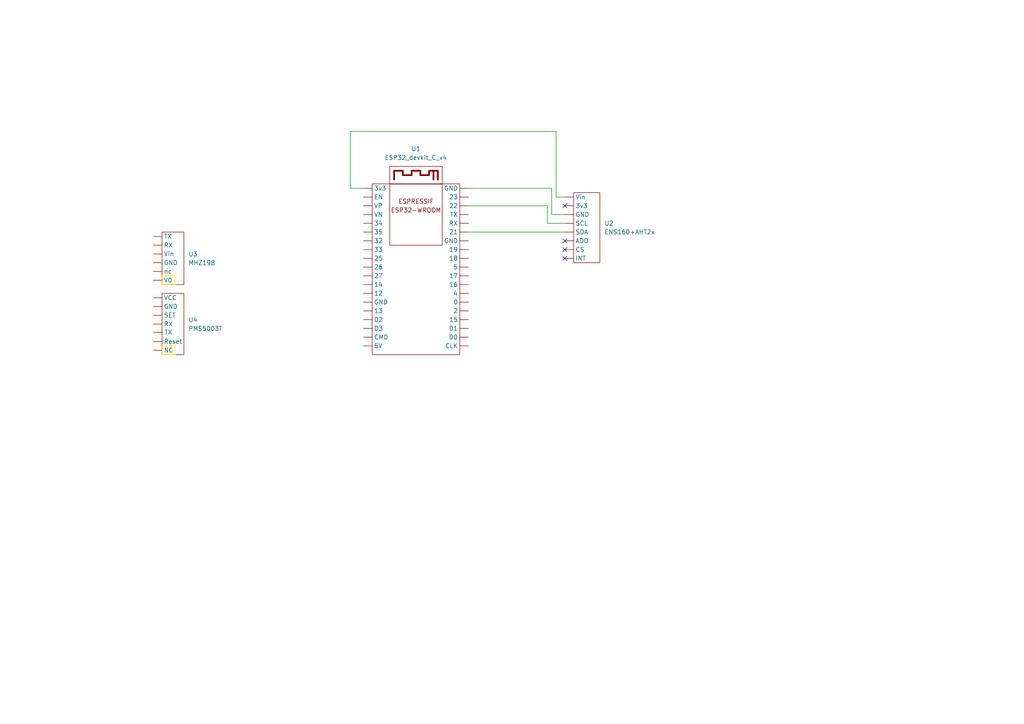
<source format=kicad_sch>
(kicad_sch (version 20230121) (generator eeschema)
  (paper "A4")
  (lib_symbols
    (symbol "ESP32:ENS160+AHT2x"
      (property "Reference" "U" (at 0 13.97 0))
      (property "Value" "ENS160+AHT2x" (at 0 11.43 0))
      (symbol "ENS160+AHT2x_0_1"
        (rectangle (start -3.81 10.16) (end 3.81 -10.16))
      )
      (symbol "ENS160+AHT2x_1_1"
        (pin input line (at -6.35 6.35 0) (length 2.54) (name "3v3") (number ""))
        (pin input line (at -6.35 -3.81 0) (length 2.54) (name "ADO") (number ""))
        (pin input line (at -6.35 -6.35 0) (length 2.54) (name "CS") (number ""))
        (pin input line (at -6.35 3.81 0) (length 2.54) (name "GND") (number ""))
        (pin input line (at -6.35 -8.89 0) (length 2.54) (name "INT") (number ""))
        (pin input line (at -6.35 1.27 0) (length 2.54) (name "SCL") (number ""))
        (pin input line (at -6.35 -1.27 0) (length 2.54) (name "SDA") (number ""))
        (pin input line (at -6.35 8.89 0) (length 2.54) (name "Vin") (number ""))
      )
    )
    (symbol "ESP32:ESP32_devkit_C_v4"
      (property "Reference" "U" (at 0 30.48 0))
      (property "Value" "ESP32_devkit_C_v4" (at 0 27.94 0))
      (symbol "ESP32_devkit_C_v4_0_1"
        (rectangle (start -12.7 21.59) (end 12.7 -27.94))
        (rectangle (start -7.62 21.59) (end 7.62 3.81))
        (rectangle (start -7.62 26.67) (end 7.62 21.59))
      )
      (symbol "ESP32_devkit_C_v4_1_1"
        (polyline (pts (xy 5.08 25.4) (xy 6.35 25.4) (xy 6.35 22.86)) (stroke (width 0.5)))
        (polyline (pts (xy -6.35 22.86) (xy -6.35 25.4) (xy -3.81 25.4) (xy -3.81 24.13) (xy -1.27 24.13) (xy -1.27 25.4) (xy 1.27 25.4) (xy 1.27 24.13) (xy 3.81 24.13) (xy 3.81 25.4) (xy 5.08 25.4) (xy 5.08 22.86)) (stroke (width 0.5)))
        (text "ESP32-WROOM" (at 0 13.97 0) (effects (font (size 1.27 1.27))))
        (text "ESPRESSIF" (at 0 16.51 0) (effects (font (size 1.27 1.27))))
        (pin input line (at 15.24 -12.7 180) (length 2.54) (name "0") (number ""))
        (pin input line (at -15.24 -10.16 0) (length 2.54) (name "12") (number ""))
        (pin input line (at -15.24 -15.24 0) (length 2.54) (name "13") (number ""))
        (pin input line (at -15.24 -7.62 0) (length 2.54) (name "14") (number ""))
        (pin input line (at 15.24 -17.78 180) (length 2.54) (name "15") (number ""))
        (pin input line (at 15.24 -7.62 180) (length 2.54) (name "16") (number ""))
        (pin input line (at 15.24 -5.08 180) (length 2.54) (name "17") (number ""))
        (pin input line (at 15.24 0 180) (length 2.54) (name "18") (number ""))
        (pin input line (at 15.24 2.54 180) (length 2.54) (name "19") (number ""))
        (pin input line (at 15.24 -15.24 180) (length 2.54) (name "2") (number ""))
        (pin input line (at 15.24 7.62 180) (length 2.54) (name "21") (number ""))
        (pin input line (at 15.24 15.24 180) (length 2.54) (name "22") (number ""))
        (pin input line (at 15.24 17.78 180) (length 2.54) (name "23") (number ""))
        (pin input line (at -15.24 0 0) (length 2.54) (name "25") (number ""))
        (pin input line (at -15.24 -2.54 0) (length 2.54) (name "26") (number ""))
        (pin input line (at -15.24 -5.08 0) (length 2.54) (name "27") (number ""))
        (pin input line (at -15.24 5.08 0) (length 2.54) (name "32") (number ""))
        (pin input line (at -15.24 2.54 0) (length 2.54) (name "33") (number ""))
        (pin input line (at -15.24 10.16 0) (length 2.54) (name "34") (number ""))
        (pin input line (at -15.24 7.62 0) (length 2.54) (name "35") (number ""))
        (pin input line (at -15.24 20.32 0) (length 2.54) (name "3v3") (number ""))
        (pin input line (at 15.24 -10.16 180) (length 2.54) (name "4") (number ""))
        (pin input line (at 15.24 -2.54 180) (length 2.54) (name "5") (number ""))
        (pin input line (at -15.24 -25.4 0) (length 2.54) (name "5V") (number ""))
        (pin input line (at 15.24 -25.4 180) (length 2.54) (name "CLK") (number ""))
        (pin input line (at -15.24 -22.86 0) (length 2.54) (name "CMD") (number ""))
        (pin input line (at 15.24 -22.86 180) (length 2.54) (name "D0") (number ""))
        (pin input line (at 15.24 -20.32 180) (length 2.54) (name "D1") (number ""))
        (pin input line (at -15.24 -17.78 0) (length 2.54) (name "D2") (number ""))
        (pin input line (at -15.24 -20.32 0) (length 2.54) (name "D3") (number ""))
        (pin input line (at -15.24 17.78 0) (length 2.54) (name "EN") (number ""))
        (pin input line (at -15.24 -12.7 0) (length 2.54) (name "GND") (number ""))
        (pin input line (at 15.24 5.08 180) (length 2.54) (name "GND") (number ""))
        (pin input line (at 15.24 20.32 180) (length 2.54) (name "GND") (number ""))
        (pin input line (at 15.24 10.16 180) (length 2.54) (name "RX") (number ""))
        (pin input line (at 15.24 12.7 180) (length 2.54) (name "TX") (number ""))
        (pin input line (at -15.24 12.7 0) (length 2.54) (name "VN") (number ""))
        (pin input line (at -15.24 15.24 0) (length 2.54) (name "VP") (number ""))
      )
    )
    (symbol "ESP32:MHZ19B"
      (property "Reference" "U" (at 0 11.43 0))
      (property "Value" "MHZ19B" (at 0 8.89 0))
      (symbol "MHZ19B_0_1"
        (rectangle (start -2.54 7.62) (end 3.81 -7.62))
      )
      (symbol "MHZ19B_1_1"
        (rectangle (start -2.54 -5.08) (end 1.27 -7.62) (stroke (width 0.2) (color 255 228 0 1)))
        (pin input line (at -5.08 -1.27 0) (length 2.54) (name "GND") (number ""))
        (pin input line (at -5.08 3.81 0) (length 2.54) (name "RX") (number ""))
        (pin input line (at -5.08 6.35 0) (length 2.54) (name "TX") (number ""))
        (pin input line (at -5.08 -6.35 0) (length 2.54) (name "V0") (number ""))
        (pin input line (at -5.08 1.27 0) (length 2.54) (name "Vin") (number ""))
        (pin input line (at -5.08 -3.81 0) (length 2.54) (name "nc") (number ""))
      )
    )
    (symbol "ESP32:PMS5003T"
      (property "Reference" "U" (at 0 12.7 0))
      (property "Value" "PMS5003T" (at 0 10.16 0))
      (symbol "PMS5003T_0_1"
        (rectangle (start -2.54 8.89) (end 3.81 -8.89))
      )
      (symbol "PMS5003T_1_1"
        (rectangle (start -2.54 -6.35) (end 1.27 -8.89) (stroke (width 0.2) (color 255 238 0 1)))
        (pin input line (at -5.08 5.08 0) (length 2.54) (name "GND") (number ""))
        (pin input line (at -5.08 -7.62 0) (length 2.54) (name "NC") (number ""))
        (pin input line (at -5.08 0 0) (length 2.54) (name "RX") (number ""))
        (pin input line (at -5.08 -5.08 0) (length 2.54) (name "Reset") (number ""))
        (pin input line (at -5.08 2.54 0) (length 2.54) (name "SET") (number ""))
        (pin input line (at -4.923 -2.408 0) (length 2.54) (name "TX") (number ""))
        (pin input line (at -5.08 7.62 0) (length 2.54) (name "VCC") (number ""))
      )
    )
  )
  (no_connect (at 163.83 72.39))
  (no_connect (at 163.83 69.85))
  (no_connect (at 163.83 74.93))
  (no_connect (at 163.83 59.69))
  (wire (pts (xy 101.6 38.1) (xy 101.6 54.61)))
  (wire (pts (xy 160.02 62.23) (xy 160.02 54.61)))
  (wire (pts (xy 101.6 54.61) (xy 105.41 54.61)))
  (wire (pts (xy 163.83 64.77) (xy 158.75 64.77)))
  (wire (pts (xy 160.02 54.61) (xy 135.89 54.61)))
  (wire (pts (xy 163.83 62.23) (xy 160.02 62.23)))
  (wire (pts (xy 163.83 67.31) (xy 135.89 67.31)))
  (wire (pts (xy 161.29 57.15) (xy 161.29 38.1)))
  (wire (pts (xy 163.83 57.15) (xy 161.29 57.15)))
  (wire (pts (xy 158.75 59.69) (xy 135.89 59.69)))
  (wire (pts (xy 158.75 64.77) (xy 158.75 59.69)))
  (wire (pts (xy 161.29 38.1) (xy 101.6 38.1)))
  (symbol (lib_id "ESP32:ESP32_devkit_C_v4") (at 120.65 74.93 0) (unit 1)
    (property "Reference" "U1" (at 120.65 43.18 0))
    (property "Value" "ESP32_devkit_C_v4" (at 120.65 45.72 0))
  )
  (symbol (lib_id "ESP32:PMS5003T") (at 49.53 93.98 0) (unit 1)
    (property "Reference" "U4" (at 54.61 92.76 0) (effects (justify left)))
    (property "Value" "PMS5003T" (at 54.61 95.3 0) (effects (justify left)))
  )
  (symbol (lib_id "ESP32:MHZ19B") (at 49.53 74.93 0) (unit 1)
    (property "Reference" "U3" (at 54.61 73.71 0) (effects (justify left)))
    (property "Value" "MHZ19B" (at 54.61 76.25 0) (effects (justify left)))
  )
  (symbol (lib_id "ESP32:ENS160+AHT2x") (at 170.18 66.04 0) (unit 1)
    (property "Reference" "U2" (at 175.26 64.77 0) (effects (justify left)))
    (property "Value" "ENS160+AHT2x" (at 175.26 67.31 0) (effects (justify left)))
  )
)
</source>
